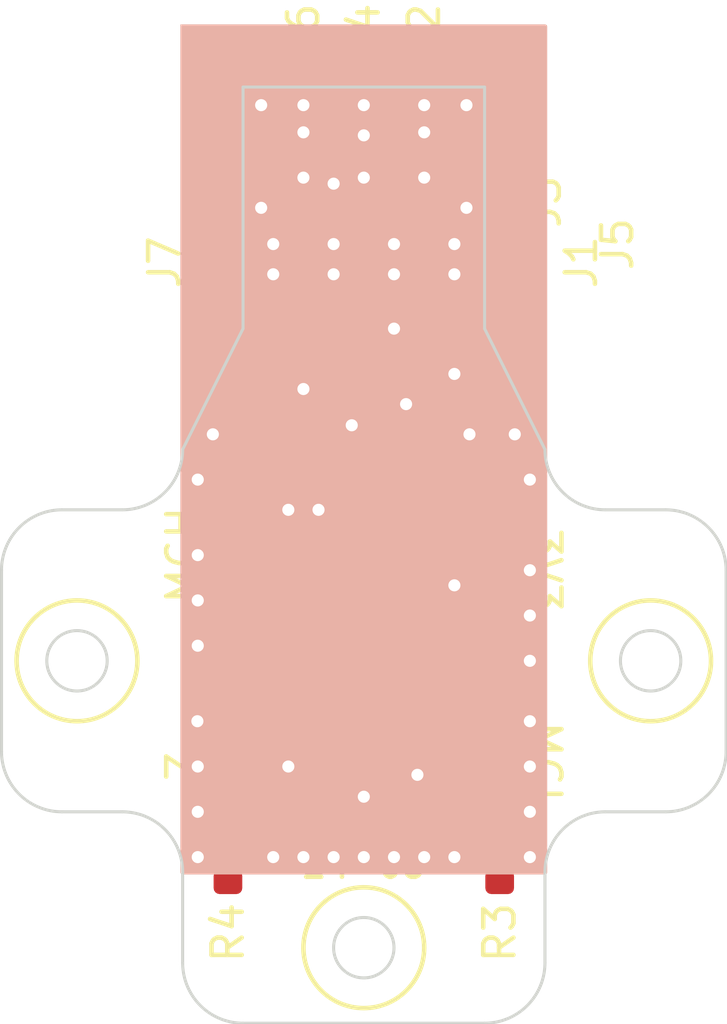
<source format=kicad_pcb>
(kicad_pcb (version 20211014) (generator pcbnew)
  (layers (0 "F.Cu" signal) (31 "B.Cu" signal) (34 "B.Paste" user) (35 "F.Paste" user) (36 "B.SilkS" user "B.Silkscreen") (37 "F.SilkS" user "F.Silkscreen") (38 "B.Mask" user) (39 "F.Mask" user) (44 "Edge.Cuts" user))
  (net 0 "")
  (net 1 "+3V3")
  (net 2 "GND")
  (net 3 "Net-(D1-Pad1)")
  (net 4 "Net-(D2-Pad1)")
  (net 5 "/MGH")
  (net 6 "Net-(D3-Pad1)")
  (net 7 "/MGL")
  (net 8 "Net-(D4-Pad1)")
  (net 9 "/ENC_Z")
  (net 10 "/NSS")
  (net 11 "/CLK")
  (net 12 "/MISO")
  (net 13 "/MOSI")
  (net 14 "Net-(J7-Pad1)")
  (footprint "Package_SO:TSSOP-16_4.4x5mm_P0.65mm" (layer "F.Cu") (at 69 64 90)
    (fp_text reference "REF**" (at 0 -3.45 90) (layer "F.SilkS"))
    (fp_text value "TSSOP-16_4.4x5mm_P0.65mm")
    (fp_line (start 0 2.735) (end 2.2 2.735) (layer "F.SilkS") (width 0.12))
    (fp_line (start 0 2.735) (end -2.2 2.735) (layer "F.SilkS") (width 0.12))
    (fp_line (start 0 -2.735) (end -3.6 -2.735) (layer "F.SilkS") (width 0.12))
    (fp_line (start 0 -2.735) (end 2.2 -2.735) (layer "F.SilkS") (width 0.12))
    (pad "1" smd roundrect (at -2.8625 -2.275 90) (size 1.475 0.4) (layers "F.Cu" "F.Paste" "F.Mask"))
    (pad "2" smd roundrect (at -2.8625 -1.625 90) (size 1.475 0.4) (layers "F.Cu" "F.Paste" "F.Mask"))
    (pad "3" smd roundrect (at -2.8625 -0.975 90) (size 1.475 0.4) (layers "F.Cu" "F.Paste" "F.Mask"))
    (pad "4" smd roundrect (at -2.8625 -0.325 90) (size 1.475 0.4) (layers "F.Cu" "F.Paste" "F.Mask"))
    (pad "5" smd roundrect (at -2.8625 0.325 90) (size 1.475 0.4) (layers "F.Cu" "F.Paste" "F.Mask"))
    (pad "6" smd roundrect (at -2.8625 0.975 90) (size 1.475 0.4) (layers "F.Cu" "F.Paste" "F.Mask"))
    (pad "7" smd roundrect (at -2.8625 1.625 90) (size 1.475 0.4) (layers "F.Cu" "F.Paste" "F.Mask"))
    (pad "8" smd roundrect (at -2.8625 2.275 90) (size 1.475 0.4) (layers "F.Cu" "F.Paste" "F.Mask"))
    (pad "9" smd roundrect (at 2.8625 2.275 90) (size 1.475 0.4) (layers "F.Cu" "F.Paste" "F.Mask"))
    (pad "10" smd roundrect (at 2.8625 1.625 90) (size 1.475 0.4) (layers "F.Cu" "F.Paste" "F.Mask"))
    (pad "11" smd roundrect (at 2.8625 0.975 90) (size 1.475 0.4) (layers "F.Cu" "F.Paste" "F.Mask"))
    (pad "12" smd roundrect (at 2.8625 0.325 90) (size 1.475 0.4) (layers "F.Cu" "F.Paste" "F.Mask"))
    (pad "13" smd roundrect (at 2.8625 -0.325 90) (size 1.475 0.4) (layers "F.Cu" "F.Paste" "F.Mask"))
    (pad "14" smd roundrect (at 2.8625 -0.975 90) (size 1.475 0.4) (layers "F.Cu" "F.Paste" "F.Mask"))
    (pad "15" smd roundrect (at 2.8625 -1.625 90) (size 1.475 0.4) (layers "F.Cu" "F.Paste" "F.Mask"))
    (pad "16" smd roundrect (at 2.8625 -2.275 90) (size 1.475 0.4) (layers "F.Cu" "F.Paste" "F.Mask"))
  )
  (footprint "LED_SMD:LED_0603_1608Metric" (layer "F.Cu") (at 73.5 67.5 90)
    (fp_text reference "D3" (at 0 -1.5 90) (layer "F.SilkS"))
    (fp_text value "LED")
    (fp_line (start -1.485 -0.735) (end -1.485 0.735) (layer "F.SilkS") (width 0.12))
    (fp_line (start 0.8 -0.735) (end -1.485 -0.735) (layer "F.SilkS") (width 0.12))
    (fp_line (start -1.485 0.735) (end 0.8 0.735) (layer "F.SilkS") (width 0.12))
    (pad "1" smd roundrect (at -0.7875 0 90) (size 0.875 0.95) (layers "F.Cu" "F.Paste" "F.Mask") (net 6 "Net-(D3-Pad1)"))
    (pad "2" smd roundrect (at 0.7875 0 90) (size 0.875 0.95) (layers "F.Cu" "F.Paste" "F.Mask") (net 7 "/MGL"))
  )
  (footprint "user:WireSoldingPad" (layer "F.Cu") (at 67 46.5 90)
    (fp_text reference "J6" (at 3.4 0 90 unlocked) (layer "F.SilkS"))
    (fp_text value "Conn_01x01")
    (pad "1" smd roundrect (at 0 0 90) (size 2.6 1.2) (layers "F.Cu" "F.Paste" "F.Mask") (net 13 "/MOSI"))
  )
  (footprint "user:WireSoldingPad" (layer "F.Cu") (at 66 51 90)
    (fp_text reference "J7" (at 0.2 -3.6 90 unlocked) (layer "F.SilkS"))
    (fp_text value "Conn_01x01")
    (pad "1" smd roundrect (at 0 0 90) (size 2.6 1.2) (layers "F.Cu" "F.Paste" "F.Mask") (net 14 "Net-(J7-Pad1)"))
  )
  (footprint "user:WireSoldingPad" (layer "F.Cu") (at 72 51 90)
    (fp_text reference "J1" (at 0.2 4.2 90 unlocked) (layer "F.SilkS"))
    (fp_text value "Conn_01x01")
    (pad "1" smd roundrect (at 0 0 90) (size 2.6 1.2) (layers "F.Cu" "F.Paste" "F.Mask") (net 2 "GND"))
  )
  (footprint "user:WireSoldingPad" (layer "F.Cu") (at 70 51 90)
    (fp_text reference "J3" (at 2.2 5 90 unlocked) (layer "F.SilkS"))
    (fp_text value "Conn_01x01")
    (pad "1" smd roundrect (at 0 0 90) (size 2.6 1.2) (layers "F.Cu" "F.Paste" "F.Mask") (net 10 "/NSS"))
  )
  (footprint "LED_SMD:LED_0603_1608Metric" (layer "F.Cu") (at 73.5 61 90)
    (fp_text reference "D1" (at 0 -1.43 90) (layer "F.SilkS"))
    (fp_text value "LED")
    (fp_line (start -1.485 -0.735) (end -1.485 0.735) (layer "F.SilkS") (width 0.12))
    (fp_line (start 0.8 -0.735) (end -1.485 -0.735) (layer "F.SilkS") (width 0.12))
    (fp_line (start -1.485 0.735) (end 0.8 0.735) (layer "F.SilkS") (width 0.12))
    (pad "1" smd roundrect (at -0.7875 0 90) (size 0.875 0.95) (layers "F.Cu" "F.Paste" "F.Mask") (net 3 "Net-(D1-Pad1)"))
    (pad "2" smd roundrect (at 0.7875 0 90) (size 0.875 0.95) (layers "F.Cu" "F.Paste" "F.Mask") (net 1 "+3V3"))
  )
  (footprint "LED_SMD:LED_0603_1608Metric" (layer "F.Cu") (at 64.5 67.5 90)
    (fp_text reference "D4" (at 0 1.5 90) (layer "F.SilkS"))
    (fp_text value "LED")
    (fp_line (start -1.485 -0.735) (end -1.485 0.735) (layer "F.SilkS") (width 0.12))
    (fp_line (start 0.8 -0.735) (end -1.485 -0.735) (layer "F.SilkS") (width 0.12))
    (fp_line (start -1.485 0.735) (end 0.8 0.735) (layer "F.SilkS") (width 0.12))
    (pad "1" smd roundrect (at -0.7875 0 90) (size 0.875 0.95) (layers "F.Cu" "F.Paste" "F.Mask") (net 8 "Net-(D4-Pad1)"))
    (pad "2" smd roundrect (at 0.7875 0 90) (size 0.875 0.95) (layers "F.Cu" "F.Paste" "F.Mask") (net 9 "/ENC_Z"))
  )
  (footprint "Resistor_SMD:R_0603_1608Metric" (layer "F.Cu") (at 64.5 63.5 -90)
    (fp_text reference "R2" (at 0 -1.43 90) (layer "F.SilkS"))
    (fp_text value "4.7k")
    (fp_line (start -0.237258 -0.5225) (end 0.237258 -0.5225) (layer "F.SilkS") (width 0.12))
    (fp_line (start -0.237258 0.5225) (end 0.237258 0.5225) (layer "F.SilkS") (width 0.12))
    (pad "1" smd roundrect (at -0.825 0 270) (size 0.8 0.95) (layers "F.Cu" "F.Paste" "F.Mask") (net 4 "Net-(D2-Pad1)"))
    (pad "2" smd roundrect (at 0.825 0 270) (size 0.8 0.95) (layers "F.Cu" "F.Paste" "F.Mask") (net 2 "GND"))
  )
  (footprint "Resistor_SMD:R_0603_1608Metric" (layer "F.Cu") (at 73.5 64 -90)
    (fp_text reference "R1" (at 0.237258 1.5 90) (layer "F.SilkS"))
    (fp_text value "4.7k")
    (fp_line (start -0.237258 0.5225) (end 0.237258 0.5225) (layer "F.SilkS") (width 0.12))
    (fp_line (start -0.237258 -0.5225) (end 0.237258 -0.5225) (layer "F.SilkS") (width 0.12))
    (pad "1" smd roundrect (at -0.825 0 270) (size 0.8 0.95) (layers "F.Cu" "F.Paste" "F.Mask") (net 3 "Net-(D1-Pad1)"))
    (pad "2" smd roundrect (at 0.825 0 270) (size 0.8 0.95) (layers "F.Cu" "F.Paste" "F.Mask") (net 2 "GND"))
  )
  (footprint "Capacitor_SMD:C_0603_1608Metric" (layer "F.Cu") (at 70 59.5 180)
    (fp_text reference "C1" (at 0 1.5) (layer "F.SilkS"))
    (fp_text value "0.1u")
    (fp_line (start -0.14058 0.51) (end 0.14058 0.51) (layer "F.SilkS") (width 0.12))
    (fp_line (start -0.14058 -0.51) (end 0.14058 -0.51) (layer "F.SilkS") (width 0.12))
    (pad "1" smd roundrect (at -0.775 0 180) (size 0.9 0.95) (layers "F.Cu" "F.Paste" "F.Mask") (net 1 "+3V3"))
    (pad "2" smd roundrect (at 0.775 0 180) (size 0.9 0.95) (layers "F.Cu" "F.Paste" "F.Mask") (net 2 "GND"))
  )
  (footprint "Resistor_SMD:R_0603_1608Metric" (layer "F.Cu") (at 69 57.5)
    (fp_text reference "TH1" (at -3 0) (layer "F.SilkS"))
    (fp_text value "Thermistor")
    (fp_line (start -0.237258 0.5225) (end 0.237258 0.5225) (layer "F.SilkS") (width 0.12))
    (fp_line (start -0.237258 -0.5225) (end 0.237258 -0.5225) (layer "F.SilkS") (width 0.12))
    (pad "1" smd roundrect (at -0.825 0) (size 0.8 0.95) (layers "F.Cu" "F.Paste" "F.Mask") (net 14 "Net-(J7-Pad1)"))
    (pad "2" smd roundrect (at 0.825 0) (size 0.8 0.95) (layers "F.Cu" "F.Paste" "F.Mask") (net 2 "GND"))
  )
  (footprint "Resistor_SMD:R_0603_1608Metric" (layer "F.Cu") (at 64.5 70.5 -90)
    (fp_text reference "R4" (at 2.5 0 90) (layer "F.SilkS"))
    (fp_text value "4.7k")
    (fp_line (start -0.237258 0.5225) (end 0.237258 0.5225) (layer "F.SilkS") (width 0.12))
    (fp_line (start -0.237258 -0.5225) (end 0.237258 -0.5225) (layer "F.SilkS") (width 0.12))
    (pad "1" smd roundrect (at -0.825 0 270) (size 0.8 0.95) (layers "F.Cu" "F.Paste" "F.Mask") (net 8 "Net-(D4-Pad1)"))
    (pad "2" smd roundrect (at 0.825 0 270) (size 0.8 0.95) (layers "F.Cu" "F.Paste" "F.Mask") (net 2 "GND"))
  )
  (footprint "user:WireSoldingPad" (layer "F.Cu") (at 71 46.5 90)
    (fp_text reference "J2" (at 3.4 0 90 unlocked) (layer "F.SilkS"))
    (fp_text value "Conn_01x01")
    (pad "1" smd roundrect (at 0 0 90) (size 2.6 1.2) (layers "F.Cu" "F.Paste" "F.Mask") (net 1 "+3V3"))
  )
  (footprint "LED_SMD:LED_0603_1608Metric" (layer "F.Cu") (at 64.5 60.5 90)
    (fp_text reference "D2" (at -0.3425 1.5 90) (layer "F.SilkS"))
    (fp_text value "LED")
    (fp_line (start -1.485 -0.735) (end -1.485 0.735) (layer "F.SilkS") (width 0.12))
    (fp_line (start -1.485 0.735) (end 0.8 0.735) (layer "F.SilkS") (width 0.12))
    (fp_line (start 0.8 -0.735) (end -1.485 -0.735) (layer "F.SilkS") (width 0.12))
    (pad "1" smd roundrect (at -0.7875 0 90) (size 0.875 0.95) (layers "F.Cu" "F.Paste" "F.Mask") (net 4 "Net-(D2-Pad1)"))
    (pad "2" smd roundrect (at 0.7875 0 90) (size 0.875 0.95) (layers "F.Cu" "F.Paste" "F.Mask") (net 5 "/MGH"))
  )
  (footprint "user:WireSoldingPad" (layer "F.Cu") (at 69 46.5 90)
    (fp_text reference "J4" (at 3.4 0 90 unlocked) (layer "F.SilkS"))
    (fp_text value "Conn_01x01")
    (pad "1" smd roundrect (at 0 0 90) (size 2.6 1.2) (layers "F.Cu" "F.Paste" "F.Mask") (net 11 "/CLK"))
  )
  (footprint "Resistor_SMD:R_0603_1608Metric" (layer "F.Cu") (at 73.5 70.5 -90)
    (fp_text reference "R3" (at 2.5 0 90) (layer "F.SilkS"))
    (fp_text value "4.7k")
    (fp_line (start -0.237258 0.5225) (end 0.237258 0.5225) (layer "F.SilkS") (width 0.12))
    (fp_line (start -0.237258 -0.5225) (end 0.237258 -0.5225) (layer "F.SilkS") (width 0.12))
    (pad "1" smd roundrect (at -0.825 0 270) (size 0.8 0.95) (layers "F.Cu" "F.Paste" "F.Mask") (net 6 "Net-(D3-Pad1)"))
    (pad "2" smd roundrect (at 0.825 0 270) (size 0.8 0.95) (layers "F.Cu" "F.Paste" "F.Mask") (net 2 "GND"))
  )
  (footprint "user:WireSoldingPad" (layer "F.Cu") (at 68 51 90)
    (fp_text reference "J5" (at 0.8 9.4 90 unlocked) (layer "F.SilkS"))
    (fp_text value "Conn_01x01")
    (pad "1" smd roundrect (at 0 0 90) (size 2.6 1.2) (layers "F.Cu" "F.Paste" "F.Mask") (net 12 "/MISO"))
  )
  (gr_rect (start 63 43) (end 75 71) (layer "B.SilkS") (width 0.15) (fill solid))
  (gr_circle (center 78.5 64) (end 76.5 64) (layer "F.SilkS") (width 0.15) (fill none))
  (gr_circle (center 69 73.5) (end 69 71.5) (layer "F.SilkS") (width 0.15) (fill none))
  (gr_circle (center 59.5 64) (end 61.5 64) (layer "F.SilkS") (width 0.15) (fill none))
  (gr_arc (start 79 59) (mid 80.414214 59.585786) (end 81 61) (layer "Edge.Cuts") (width 0.1))
  (gr_line (start 63 71) (end 63 74) (layer "Edge.Cuts") (width 0.1))
  (gr_line (start 73 45) (end 73 53) (layer "Edge.Cuts") (width 0.1))
  (gr_arc (start 59 69) (mid 57.585786 68.414214) (end 57 67) (layer "Edge.Cuts") (width 0.1))
  (gr_line (start 59 69) (end 61 69) (layer "Edge.Cuts") (width 0.1))
  (gr_line (start 65 53) (end 63 57) (layer "Edge.Cuts") (width 0.1))
  (gr_circle (center 78.5 64) (end 79.5 64) (layer "Edge.Cuts") (width 0.1) (fill none))
  (gr_arc (start 81 67) (mid 80.414214 68.414214) (end 79 69) (layer "Edge.Cuts") (width 0.1))
  (gr_arc (start 61 69) (mid 62.414214 69.585786) (end 63 71) (layer "Edge.Cuts") (width 0.1))
  (gr_arc (start 77 59) (mid 75.585786 58.414214) (end 75 57) (layer "Edge.Cuts") (width 0.1))
  (gr_arc (start 75 71) (mid 75.585786 69.585786) (end 77 69) (layer "Edge.Cuts") (width 0.1))
  (gr_arc (start 57 61) (mid 57.585786 59.585786) (end 59 59) (layer "Edge.Cuts") (width 0.1))
  (gr_line (start 75 74) (end 75 71) (layer "Edge.Cuts") (width 0.1))
  (gr_line (start 65 45) (end 65 53) (layer "Edge.Cuts") (width 0.1))
  (gr_line (start 61 59) (end 59 59) (layer "Edge.Cuts") (width 0.1))
  (gr_circle (center 59.5 64) (end 60.5 64) (layer "Edge.Cuts") (width 0.1) (fill none))
  (gr_line (start 79 59) (end 77 59) (layer "Edge.Cuts") (width 0.1))
  (gr_circle (center 69 73.5) (end 69 74.5) (layer "Edge.Cuts") (width 0.1) (fill none))
  (gr_arc (start 65 76) (mid 63.585786 75.414214) (end 63 74) (layer "Edge.Cuts") (width 0.1))
  (gr_line (start 73 53) (end 75 57) (layer "Edge.Cuts") (width 0.1))
  (gr_arc (start 75 74) (mid 74.414214 75.414214) (end 73 76) (layer "Edge.Cuts") (width 0.1))
  (gr_line (start 65 45) (end 73 45) (layer "Edge.Cuts") (width 0.1))
  (gr_line (start 57 61) (end 57 67) (layer "Edge.Cuts") (width 0.1))
  (gr_arc (start 63 57) (mid 62.414214 58.414214) (end 61 59) (layer "Edge.Cuts") (width 0.1))
  (gr_line (start 81 67) (end 81 61) (layer "Edge.Cuts") (width 0.1))
  (gr_line (start 77 69) (end 79 69) (layer "Edge.Cuts") (width 0.1))
  (gr_line (start 65 76) (end 73 76) (layer "Edge.Cuts") (width 0.1))
  (gr_text "AS504x\nibis ssl\n24-08" (at 69 69.5) (layer "F.SilkS") (effects (font (size 0.8 0.8))))
  (gr_text "MGL" (at 75 67.5 270) (layer "F.SilkS") (effects (font (size 1 1))))
  (gr_text "MGH" (at 63 60.5 90) (layer "F.SilkS") (effects (font (size 1 1))))
  (gr_text "3V3" (at 75 61 270) (layer "F.SilkS") (effects (font (size 1 1))))
  (gr_text "MO\nCK\n3V" (at 69 48.8 90) (layer "F.SilkS") (effects (font (size 1.2 0.8))))
  (gr_text "Ther\nMISO\nMOSI\nGND" (at 69 54.2 90) (layer "F.SilkS") (effects (font (size 1.2 1))))
  (gr_text "Z" (at 63 67.5 90) (layer "F.SilkS") (effects (font (size 1 1))))
  (via (at 68 48.2) (size 0.8) (drill 0.4) (layers "F.Cu" "B.Cu") (net 0))
  (segment (start 70.775 58.225) (end 70.775 59.5) (width 0.25) (layer "F.Cu") (net 1))
  (segment (start 71.575 59.5) (end 70.775 59.5) (width 0.25) (layer "F.Cu") (net 1))
  (segment (start 72.2875 60.2125) (end 71.575 59.5) (width 0.25) (layer "F.Cu") (net 1))
  (segment (start 71 46.5) (end 71 48) (width 0.25) (layer "F.Cu") (net 1))
  (segment (start 73.5 60.2125) (end 72.2875 60.2125) (width 0.25) (layer "F.Cu") (net 1))
  (segment (start 72.5 56.5) (end 70.775 58.225) (width 0.25) (layer "F.Cu") (net 1))
  (via (at 71 48) (size 0.8) (drill 0.4) (layers "F.Cu" "B.Cu") (net 1))
  (via (at 71 45.6) (size 0.8) (drill 0.4) (layers "F.Cu" "B.Cu") (net 1))
  (via (at 72.5 56.5) (size 0.8) (drill 0.4) (layers "F.Cu" "B.Cu") (net 1))
  (via (at 71 46.5) (size 0.8) (drill 0.4) (layers "F.Cu" "B.Cu") (net 1))
  (segment (start 71 55) (end 71 48) (width 0.25) (layer "B.Cu") (net 1))
  (segment (start 72.5 56.5) (end 71 55) (width 0.25) (layer "B.Cu") (net 1))
  (segment (start 69.825 57.5) (end 72 55.325) (width 0.25) (layer "F.Cu") (net 2))
  (segment (start 63.487701 66) (end 63.487701 65.337299) (width 0.25) (layer "F.Cu") (net 2))
  (segment (start 72 55.325) (end 72 54.5) (width 0.25) (layer "F.Cu") (net 2))
  (segment (start 63.487701 65.337299) (end 64.5 64.325) (width 0.25) (layer "F.Cu") (net 2))
  (segment (start 72 54.5) (end 72 51.2) (width 0.25) (layer "F.Cu") (net 2))
  (segment (start 72 51.2) (end 72 51) (width 0.25) (layer "F.Cu") (net 2))
  (via (at 72 50.2) (size 0.8) (drill 0.4) (layers "F.Cu" "B.Cu") (net 2))
  (via (at 63.5 62) (size 0.8) (drill 0.4) (layers "F.Cu" "B.Cu") (net 2))
  (via (at 74.5 66) (size 0.8) (drill 0.4) (layers "F.Cu" "B.Cu") (net 2))
  (via (at 65.6 45.6) (size 0.8) (drill 0.4) (layers "F.Cu" "B.Cu") (net 2))
  (via (at 72.4 45.6) (size 0.8) (drill 0.4) (layers "F.Cu" "B.Cu") (net 2))
  (via (at 68.6 56.2) (size 0.8) (drill 0.4) (layers "F.Cu" "B.Cu") (net 2))
  (via (at 74 56.5) (size 0.8) (drill 0.4) (layers "F.Cu" "B.Cu") (net 2))
  (via (at 63.5 67.5) (size 0.8) (drill 0.4) (layers "F.Cu" "B.Cu") (net 2))
  (via (at 63.487701 66) (size 0.8) (drill 0.4) (layers "F.Cu" "B.Cu") (net 2))
  (via (at 66 70.5) (size 0.8) (drill 0.4) (layers "F.Cu" "B.Cu") (net 2))
  (via (at 72 70.5) (size 0.8) (drill 0.4) (layers "F.Cu" "B.Cu") (net 2))
  (via (at 70 70.5) (size 0.8) (drill 0.4) (layers "F.Cu" "B.Cu") (net 2))
  (via (at 70 53) (size 0.8) (drill 0.4) (layers "F.Cu" "B.Cu") (net 2))
  (via (at 72 54.5) (size 0.8) (drill 0.4) (layers "F.Cu" "B.Cu") (net 2))
  (via (at 63.5 58) (size 0.8) (drill 0.4) (layers "F.Cu" "B.Cu") (net 2))
  (via (at 74.5 64) (size 0.8) (drill 0.4) (layers "F.Cu" "B.Cu") (net 2))
  (via (at 66.5 59) (size 0.8) (drill 0.4) (layers "F.Cu" "B.Cu") (net 2))
  (via (at 71 70.5) (size 0.8) (drill 0.4) (layers "F.Cu" "B.Cu") (net 2))
  (via (at 69 70.5) (size 0.8) (drill 0.4) (layers "F.Cu" "B.Cu") (net 2))
  (via (at 63.5 69) (size 0.8) (drill 0.4) (layers "F.Cu" "B.Cu") (net 2))
  (via (at 68 70.5) (size 0.8) (drill 0.4) (layers "F.Cu" "B.Cu") (net 2))
  (via (at 67 70.5) (size 0.8) (drill 0.4) (layers "F.Cu" "B.Cu") (net 2))
  (via (at 65.6 49) (size 0.8) (drill 0.4) (layers "F.Cu" "B.Cu") (net 2))
  (via (at 74.5 70.5) (size 0.8) (drill 0.4) (layers "F.Cu" "B.Cu") (net 2))
  (via (at 72.4 49) (size 0.8) (drill 0.4) (layers "F.Cu" "B.Cu") (net 2))
  (via (at 64 56.5) (size 0.8) (drill 0.4) (layers "F.Cu" "B.Cu") (net 2))
  (via (at 74.5 61) (size 0.8) (drill 0.4) (layers "F.Cu" "B.Cu") (net 2))
  (via (at 74.5 62.5) (size 0.8) (drill 0.4) (layers "F.Cu" "B.Cu") (net 2))
  (via (at 63.5 60.5) (size 0.8) (drill 0.4) (layers "F.Cu" "B.Cu") (net 2))
  (via (at 74.5 58) (size 0.8) (drill 0.4) (layers "F.Cu" "B.Cu") (net 2))
  (via (at 74.5 69) (size 0.8) (drill 0.4) (layers "F.Cu" "B.Cu") (net 2))
  (via (at 69 68.5) (size 0.8) (drill 0.4) (layers "F.Cu" "B.Cu") (net 2))
  (via (at 63.5 70.5) (size 0.8) (drill 0.4) (layers "F.Cu" "B.Cu") (net 2))
  (via (at 63.5 63.5) (size 0.8) (drill 0.4) (layers "F.Cu" "B.Cu") (net 2))
  (via (at 74.5 67.5) (size 0.8) (drill 0.4) (layers "F.Cu" "B.Cu") (net 2))
  (via (at 67.5 59) (size 0.8) (drill 0.4) (layers "F.Cu" "B.Cu") (net 2))
  (via (at 72 51.2) (size 0.8) (drill 0.4) (layers "F.Cu" "B.Cu") (net 2))
  (segment (start 74 66) (end 71.5 68.5) (width 0.25) (layer "B.Cu") (net 2))
  (segment (start 73.5 56) (end 72 54.5) (width 0.25) (layer "B.Cu") (net 2))
  (segment (start 73.5 58) (end 73.5 56) (width 0.25) (layer "B.Cu") (net 2))
  (segment (start 71.5 68.5) (end 69 68.5) (width 0.25) (layer "B.Cu") (net 2))
  (segment (start 74 58.5) (end 74 66) (width 0.25) (layer "B.Cu") (net 2))
  (segment (start 73.5 58) (end 74 58.5) (width 0.25) (layer "B.Cu") (net 2))
  (segment (start 73.5 63.175) (end 73.5 61.7875) (width 0.25) (layer "F.Cu") (net 3))
  (segment (start 64.5 61.2875) (end 64.5 62.675) (width 0.25) (layer "F.Cu") (net 4))
  (segment (start 73.5 69.675) (end 73.5 68.2875) (width 0.25) (layer "F.Cu") (net 6))
  (segment (start 64.5 69.675) (end 64.5 68.2875) (width 0.25) (layer "F.Cu") (net 8))
  (segment (start 67 49.408398) (end 67.408398 49) (width 0.25) (layer "F.Cu") (net 10))
  (segment (start 69.5 49) (end 70 49.5) (width 0.25) (layer "F.Cu") (net 10))
  (segment (start 67.408398 49) (end 69.5 49) (width 0.25) (layer "F.Cu") (net 10))
  (segment (start 70 49.5) (end 70 51) (width 0.25) (layer "F.Cu") (net 10))
  (segment (start 67 55) (end 67 49.408398) (width 0.25) (layer "F.Cu") (net 10))
  (via (at 70 50.2) (size 0.8) (drill 0.4) (layers "F.Cu" "B.Cu") (net 10))
  (via (at 67 55) (size 0.8) (drill 0.4) (layers "F.Cu" "B.Cu") (net 10))
  (via (at 70 51.2) (size 0.8) (drill 0.4) (layers "F.Cu" "B.Cu") (net 10))
  (via (at 66.5 67.5) (size 0.8) (drill 0.4) (layers "F.Cu" "B.Cu") (net 10))
  (segment (start 69 46.5) (end 69 46.6) (width 0.25) (layer "F.Cu") (net 11))
  (segment (start 69 46.6) (end 69 48) (width 0.25) (layer "F.Cu") (net 11))
  (via (at 69 48) (size 0.8) (drill 0.4) (layers "F.Cu" "B.Cu") (net 11))
  (via (at 69 46.6) (size 0.8) (drill 0.4) (layers "F.Cu" "B.Cu") (net 11))
  (via (at 69 45.6) (size 0.8) (drill 0.4) (layers "F.Cu" "B.Cu") (net 11))
  (via (at 72 61.5) (size 0.8) (drill 0.4) (layers "F.Cu" "B.Cu") (net 11))
  (segment (start 68 51.2) (end 68 51) (width 0.25) (layer "F.Cu") (net 12))
  (segment (start 69 55.5) (end 68 54.5) (width 0.25) (layer "F.Cu") (net 12))
  (segment (start 68 54.5) (end 68 51.2) (width 0.25) (layer "F.Cu") (net 12))
  (segment (start 70.4 55.5) (end 69 55.5) (width 0.25) (layer "F.Cu") (net 12))
  (via (at 70.4 55.5) (size 0.8) (drill 0.4) (layers "F.Cu" "B.Cu") (net 12))
  (via (at 70.7755 67.7755) (size 0.8) (drill 0.4) (layers "F.Cu" "B.Cu") (net 12))
  (via (at 68 51.2) (size 0.8) (drill 0.4) (layers "F.Cu" "B.Cu") (net 12))
  (via (at 68 50.2) (size 0.8) (drill 0.4) (layers "F.Cu" "B.Cu") (net 12))
  (segment (start 73 58.5) (end 73 66) (width 0.25) (layer "B.Cu") (net 12))
  (segment (start 70.4 55.9) (end 73 58.5) (width 0.25) (layer "B.Cu") (net 12))
  (segment (start 71.2245 67.7755) (end 70.7755 67.7755) (width 0.25) (layer "B.Cu") (net 12))
  (segment (start 70.4 55.5) (end 70.4 55.9) (width 0.25) (layer "B.Cu") (net 12))
  (segment (start 73 66) (end 71.2245 67.7755) (width 0.25) (layer "B.Cu") (net 12))
  (segment (start 67 46.5) (end 67 48) (width 0.25) (layer "F.Cu") (net 13))
  (via (at 67 48) (size 0.8) (drill 0.4) (layers "F.Cu" "B.Cu") (net 13))
  (via (at 67 45.6) (size 0.8) (drill 0.4) (layers "F.Cu" "B.Cu") (net 13))
  (via (at 67 46.5) (size 0.8) (drill 0.4) (layers "F.Cu" "B.Cu") (net 13))
  (segment (start 67 57.5) (end 68.175 57.5) (width 0.25) (layer "F.Cu") (net 14))
  (segment (start 66 56.5) (end 67 57.5) (width 0.25) (layer "F.Cu") (net 14))
  (segment (start 66 51.2) (end 66 56.5) (width 0.25) (layer "F.Cu") (net 14))
  (segment (start 66 51) (end 66 51.2) (width 0.25) (layer "F.Cu") (net 14))
  (via (at 66 50.2) (size 0.8) (drill 0.4) (layers "F.Cu" "B.Cu") (net 14))
  (via (at 66 51.2) (size 0.8) (drill 0.4) (layers "F.Cu" "B.Cu") (net 14))
  (zone (net 2) (net_name "GND") (layer "F.Cu") (connect_pads (clearance 0.2)) (min_thickness 0.254) (fill yes (thermal_gap 0.3) (thermal_bridge_width 0.508))
    (polygon (pts (xy 75 71) (xy 63 71) (xy 63 44.5) (xy 75 44.5)))
  )
  (zone (net 2) (net_name "GND") (layer "B.Cu") (connect_pads (clearance 0.2)) (min_thickness 0.254) (fill yes (thermal_gap 0.3) (thermal_bridge_width 0.508))
    (polygon (pts (xy 75 71) (xy 63 71) (xy 63 45) (xy 75 45)))
  )
)
</source>
